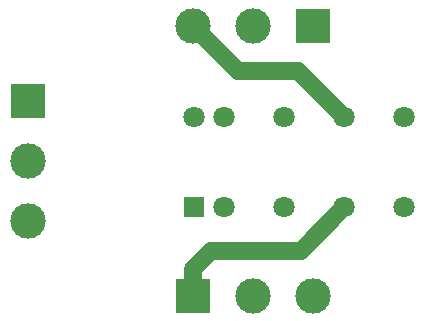
<source format=gbl>
G04 #@! TF.GenerationSoftware,KiCad,Pcbnew,6.0.9-8da3e8f707~116~ubuntu20.04.1*
G04 #@! TF.CreationDate,2023-04-19T17:14:30+00:00*
G04 #@! TF.ProjectId,LEC022001,4c454330-3232-4303-9031-2e6b69636164,rev?*
G04 #@! TF.SameCoordinates,Original*
G04 #@! TF.FileFunction,Copper,L2,Bot*
G04 #@! TF.FilePolarity,Positive*
%FSLAX46Y46*%
G04 Gerber Fmt 4.6, Leading zero omitted, Abs format (unit mm)*
G04 Created by KiCad (PCBNEW 6.0.9-8da3e8f707~116~ubuntu20.04.1) date 2023-04-19 17:14:30*
%MOMM*%
%LPD*%
G01*
G04 APERTURE LIST*
G04 #@! TA.AperFunction,ComponentPad*
%ADD10R,3.000000X3.000000*%
G04 #@! TD*
G04 #@! TA.AperFunction,ComponentPad*
%ADD11C,3.000000*%
G04 #@! TD*
G04 #@! TA.AperFunction,ComponentPad*
%ADD12R,1.800000X1.800000*%
G04 #@! TD*
G04 #@! TA.AperFunction,ComponentPad*
%ADD13C,1.800000*%
G04 #@! TD*
G04 #@! TA.AperFunction,Conductor*
%ADD14C,1.500000*%
G04 #@! TD*
G04 APERTURE END LIST*
D10*
G04 #@! TO.P,J2,1*
G04 #@! TO.N,/R1*
X104140000Y-93980000D03*
D11*
G04 #@! TO.P,J2,2*
G04 #@! TO.N,/C1*
X109220000Y-93980000D03*
G04 #@! TO.P,J2,3*
G04 #@! TO.N,/S1*
X114300000Y-93980000D03*
G04 #@! TD*
D10*
G04 #@! TO.P,J3,1*
G04 #@! TO.N,/S2*
X114300000Y-71120000D03*
D11*
G04 #@! TO.P,J3,2*
G04 #@! TO.N,/C2*
X109220000Y-71120000D03*
G04 #@! TO.P,J3,3*
G04 #@! TO.N,/R2*
X104140000Y-71120000D03*
G04 #@! TD*
D12*
G04 #@! TO.P,K1,1*
G04 #@! TO.N,/S*
X104267000Y-86487000D03*
D13*
G04 #@! TO.P,K1,2*
G04 #@! TO.N,/R*
X106807000Y-86487000D03*
G04 #@! TO.P,K1,4*
G04 #@! TO.N,/C1*
X111887000Y-86487000D03*
G04 #@! TO.P,K1,6*
G04 #@! TO.N,/R1*
X116967000Y-86487000D03*
G04 #@! TO.P,K1,8*
G04 #@! TO.N,/S1*
X122047000Y-86487000D03*
G04 #@! TO.P,K1,9*
G04 #@! TO.N,/S2*
X122047000Y-78867000D03*
G04 #@! TO.P,K1,11*
G04 #@! TO.N,/R2*
X116967000Y-78867000D03*
G04 #@! TO.P,K1,13*
G04 #@! TO.N,/C2*
X111887000Y-78867000D03*
G04 #@! TO.P,K1,15*
G04 #@! TO.N,Net-(D1-Pad2)*
X106807000Y-78867000D03*
G04 #@! TO.P,K1,16*
X104267000Y-78867000D03*
G04 #@! TD*
D10*
G04 #@! TO.P,J1,1*
G04 #@! TO.N,/R*
X90170000Y-77470000D03*
D11*
G04 #@! TO.P,J1,2*
G04 #@! TO.N,/C*
X90170000Y-82550000D03*
G04 #@! TO.P,J1,3*
G04 #@! TO.N,/S*
X90170000Y-87630000D03*
G04 #@! TD*
D14*
G04 #@! TO.N,/R1*
X105664000Y-90170000D02*
X113284000Y-90170000D01*
X113284000Y-90170000D02*
X116967000Y-86487000D01*
X104140000Y-93980000D02*
X104140000Y-91694000D01*
X104140000Y-91694000D02*
X105664000Y-90170000D01*
G04 #@! TO.N,/R2*
X113030000Y-74930000D02*
X116967000Y-78867000D01*
X107950000Y-74930000D02*
X113030000Y-74930000D01*
X104140000Y-71120000D02*
X107950000Y-74930000D01*
G04 #@! TD*
M02*

</source>
